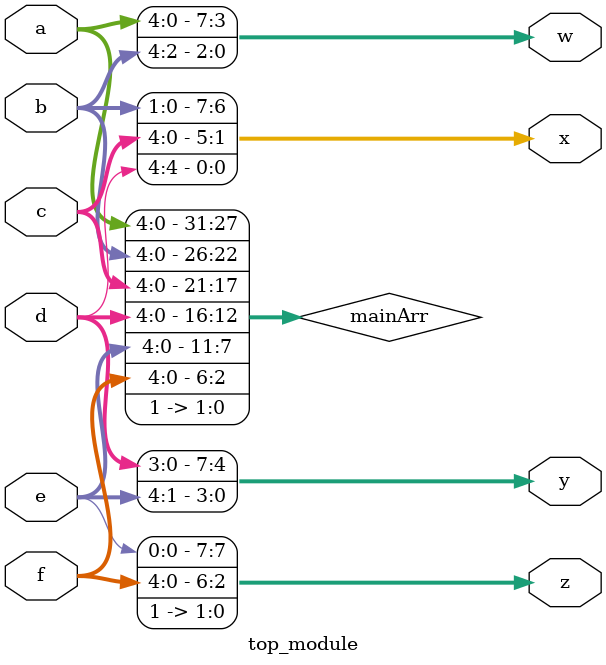
<source format=v>
module top_module (
    input [4:0] a, b, c, d, e, f,
    output [7:0] w, x, y, z );//
	
    wire [31:0] mainArr = {a,b,c,d,e,f,2'b11};
    assign w = mainArr[31:24];
    assign x = mainArr[23:16];
    assign y = mainArr[15:8];
    assign z = mainArr[7:0];

endmodule
</source>
